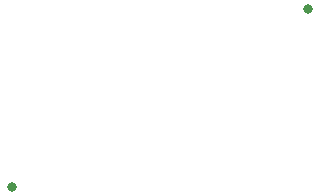
<source format=gbl>
%TF.GenerationSoftware,KiCad,Pcbnew,9.0.2*%
%TF.CreationDate,2025-05-30T10:00:00+02:00*%
%TF.ProjectId,PizzaBoard-RP2040,50697a7a-6142-46f6-9172-642d52503230,1.1*%
%TF.SameCoordinates,Original*%
%TF.FileFunction,Copper,L2,Bot*%
%TF.FilePolarity,Positive*%
%FSLAX46Y46*%
G04 Gerber Fmt 4.6, Leading zero omitted, Abs format (unit mm)*%
G04 Created by corrected design with GROUND PLANE*%
%MOMM*%
%LPD*%
G01*%
G04 APERTURE LIST*%
%ADD10C,0.150000*%
%ADD11C,0.800000*%
G04 APERTURE END LIST*%
G04 Ground plane polygon (proper size)*%
%LPD*%
G04 #@! TF.C,GND*%
D10*%
X2000000Y2000000D02*%
X48000000Y2000000D01*%
X48000000Y78000000D01*%
X2000000Y78000000D01*%
X2000000Y2000000D01*%
G04 Vias for power/ground*%
D11*%
X25000000Y15000000D03*%
X15000000Y15000000D03*%
X35000000Y25000000D03*%
X40000000Y30000000D03*%
M02*%

</source>
